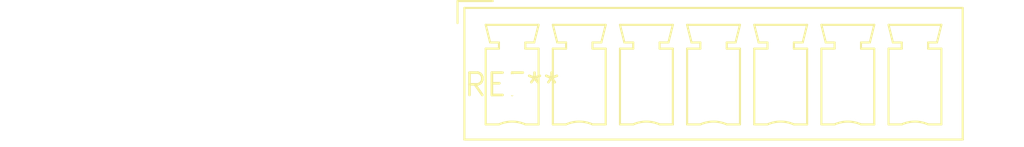
<source format=kicad_pcb>
(kicad_pcb (version 20240108) (generator pcbnew)
  (layers (0 "F.Cu" signal) (31 "B.Cu" signal) (34 "B.Paste" user) (35 "F.Paste" user) (36 "B.SilkS" user "B.Silkscreen") (37 "F.SilkS" user "F.Silkscreen") (38 "B.Mask" user) (39 "F.Mask" user) (44 "Edge.Cuts" user))
  (net 0 "")
  (footprint "PhoenixContact_MCV_1,5_7-G-3.81_1x07_P3.81mm_Vertical" (layer "F.Cu") (at 0 0)
    (property "Reference" "REF**")
    (property "Value" "PhoenixContact_MCV_1,5_7-G-3.81_1x07_P3.81mm_Vertical")
    (fp_line (start -3.1 -4.75) (end -1.1 -4.75) (layer "F.SilkS") (stroke (width 0.12)))
    (fp_line (start -3.1 -3.5) (end -3.1 -4.75) (layer "F.SilkS") (stroke (width 0.12)))
    (fp_line (start -2.71 -4.36) (end -2.71 3.11) (layer "F.SilkS") (stroke (width 0.12)))
    (fp_line (start -2.71 3.11) (end 25.57 3.11) (layer "F.SilkS") (stroke (width 0.12)))
    (fp_line (start -1.5 -3.4) (end 1.5 -3.4) (layer "F.SilkS") (stroke (width 0.12)))
    (fp_line (start -1.5 -2.05) (end -0.75 -2.05) (layer "F.SilkS") (stroke (width 0.12)))
    (fp_line (start -1.5 2.25) (end -1.5 -2.05) (layer "F.SilkS") (stroke (width 0.12)))
    (fp_line (start -1.25 -2.4) (end -1.5 -3.4) (layer "F.SilkS") (stroke (width 0.12)))
    (fp_line (start -0.75 -2.4) (end -1.25 -2.4) (layer "F.SilkS") (stroke (width 0.12)))
    (fp_line (start -0.75 -2.05) (end -0.75 -2.4) (layer "F.SilkS") (stroke (width 0.12)))
    (fp_line (start -0.75 2.25) (end -1.5 2.25) (layer "F.SilkS") (stroke (width 0.12)))
    (fp_line (start 0.75 -2.4) (end 0.75 -2.05) (layer "F.SilkS") (stroke (width 0.12)))
    (fp_line (start 0.75 -2.05) (end 1.5 -2.05) (layer "F.SilkS") (stroke (width 0.12)))
    (fp_line (start 1.25 -2.4) (end 0.75 -2.4) (layer "F.SilkS") (stroke (width 0.12)))
    (fp_line (start 1.5 -3.4) (end 1.25 -2.4) (layer "F.SilkS") (stroke (width 0.12)))
    (fp_line (start 1.5 -2.05) (end 1.5 2.25) (layer "F.SilkS") (stroke (width 0.12)))
    (fp_line (start 1.5 2.25) (end 0.75 2.25) (layer "F.SilkS") (stroke (width 0.12)))
    (fp_line (start 2.31 -3.4) (end 5.31 -3.4) (layer "F.SilkS") (stroke (width 0.12)))
    (fp_line (start 2.31 -2.05) (end 3.06 -2.05) (layer "F.SilkS") (stroke (width 0.12)))
    (fp_line (start 2.31 2.25) (end 2.31 -2.05) (layer "F.SilkS") (stroke (width 0.12)))
    (fp_line (start 2.56 -2.4) (end 2.31 -3.4) (layer "F.SilkS") (stroke (width 0.12)))
    (fp_line (start 3.06 -2.4) (end 2.56 -2.4) (layer "F.SilkS") (stroke (width 0.12)))
    (fp_line (start 3.06 -2.05) (end 3.06 -2.4) (layer "F.SilkS") (stroke (width 0.12)))
    (fp_line (start 3.06 2.25) (end 2.31 2.25) (layer "F.SilkS") (stroke (width 0.12)))
    (fp_line (start 4.56 -2.4) (end 4.56 -2.05) (layer "F.SilkS") (stroke (width 0.12)))
    (fp_line (start 4.56 -2.05) (end 5.31 -2.05) (layer "F.SilkS") (stroke (width 0.12)))
    (fp_line (start 5.06 -2.4) (end 4.56 -2.4) (layer "F.SilkS") (stroke (width 0.12)))
    (fp_line (start 5.31 -3.4) (end 5.06 -2.4) (layer "F.SilkS") (stroke (width 0.12)))
    (fp_line (start 5.31 -2.05) (end 5.31 2.25) (layer "F.SilkS") (stroke (width 0.12)))
    (fp_line (start 5.31 2.25) (end 4.56 2.25) (layer "F.SilkS") (stroke (width 0.12)))
    (fp_line (start 6.12 -3.4) (end 9.12 -3.4) (layer "F.SilkS") (stroke (width 0.12)))
    (fp_line (start 6.12 -2.05) (end 6.87 -2.05) (layer "F.SilkS") (stroke (width 0.12)))
    (fp_line (start 6.12 2.25) (end 6.12 -2.05) (layer "F.SilkS") (stroke (width 0.12)))
    (fp_line (start 6.37 -2.4) (end 6.12 -3.4) (layer "F.SilkS") (stroke (width 0.12)))
    (fp_line (start 6.87 -2.4) (end 6.37 -2.4) (layer "F.SilkS") (stroke (width 0.12)))
    (fp_line (start 6.87 -2.05) (end 6.87 -2.4) (layer "F.SilkS") (stroke (width 0.12)))
    (fp_line (start 6.87 2.25) (end 6.12 2.25) (layer "F.SilkS") (stroke (width 0.12)))
    (fp_line (start 8.37 -2.4) (end 8.37 -2.05) (layer "F.SilkS") (stroke (width 0.12)))
    (fp_line (start 8.37 -2.05) (end 9.12 -2.05) (layer "F.SilkS") (stroke (width 0.12)))
    (fp_line (start 8.87 -2.4) (end 8.37 -2.4) (layer "F.SilkS") (stroke (width 0.12)))
    (fp_line (start 9.12 -3.4) (end 8.87 -2.4) (layer "F.SilkS") (stroke (width 0.12)))
    (fp_line (start 9.12 -2.05) (end 9.12 2.25) (layer "F.SilkS") (stroke (width 0.12)))
    (fp_line (start 9.12 2.25) (end 8.37 2.25) (layer "F.SilkS") (stroke (width 0.12)))
    (fp_line (start 9.93 -3.4) (end 12.93 -3.4) (layer "F.SilkS") (stroke (width 0.12)))
    (fp_line (start 9.93 -2.05) (end 10.68 -2.05) (layer "F.SilkS") (stroke (width 0.12)))
    (fp_line (start 9.93 2.25) (end 9.93 -2.05) (layer "F.SilkS") (stroke (width 0.12)))
    (fp_line (start 10.18 -2.4) (end 9.93 -3.4) (layer "F.SilkS") (stroke (width 0.12)))
    (fp_line (start 10.68 -2.4) (end 10.18 -2.4) (layer "F.SilkS") (stroke (width 0.12)))
    (fp_line (start 10.68 -2.05) (end 10.68 -2.4) (layer "F.SilkS") (stroke (width 0.12)))
    (fp_line (start 10.68 2.25) (end 9.93 2.25) (layer "F.SilkS") (stroke (width 0.12)))
    (fp_line (start 12.18 -2.4) (end 12.18 -2.05) (layer "F.SilkS") (stroke (width 0.12)))
    (fp_line (start 12.18 -2.05) (end 12.93 -2.05) (layer "F.SilkS") (stroke (width 0.12)))
    (fp_line (start 12.68 -2.4) (end 12.18 -2.4) (layer "F.SilkS") (stroke (width 0.12)))
    (fp_line (start 12.93 -3.4) (end 12.68 -2.4) (layer "F.SilkS") (stroke (width 0.12)))
    (fp_line (start 12.93 -2.05) (end 12.93 2.25) (layer "F.SilkS") (stroke (width 0.12)))
    (fp_line (start 12.93 2.25) (end 12.18 2.25) (layer "F.SilkS") (stroke (width 0.12)))
    (fp_line (start 13.74 -3.4) (end 16.74 -3.4) (layer "F.SilkS") (stroke (width 0.12)))
    (fp_line (start 13.74 -2.05) (end 14.49 -2.05) (layer "F.SilkS") (stroke (width 0.12)))
    (fp_line (start 13.74 2.25) (end 13.74 -2.05) (layer "F.SilkS") (stroke (width 0.12)))
    (fp_line (start 13.99 -2.4) (end 13.74 -3.4) (layer "F.SilkS") (stroke (width 0.12)))
    (fp_line (start 14.49 -2.4) (end 13.99 -2.4) (layer "F.SilkS") (stroke (width 0.12)))
    (fp_line (start 14.49 -2.05) (end 14.49 -2.4) (layer "F.SilkS") (stroke (width 0.12)))
    (fp_line (start 14.49 2.25) (end 13.74 2.25) (layer "F.SilkS") (stroke (width 0.12)))
    (fp_line (start 15.99 -2.4) (end 15.99 -2.05) (layer "F.SilkS") (stroke (width 0.12)))
    (fp_line (start 15.99 -2.05) (end 16.74 -2.05) (layer "F.SilkS") (stroke (width 0.12)))
    (fp_line (start 16.49 -2.4) (end 15.99 -2.4) (layer "F.SilkS") (stroke (width 0.12)))
    (fp_line (start 16.74 -3.4) (end 16.49 -2.4) (layer "F.SilkS") (stroke (width 0.12)))
    (fp_line (start 16.74 -2.05) (end 16.74 2.25) (layer "F.SilkS") (stroke (width 0.12)))
    (fp_line (start 16.74 2.25) (end 15.99 2.25) (layer "F.SilkS") (stroke (width 0.12)))
    (fp_line (start 17.55 -3.4) (end 20.55 -3.4) (layer "F.SilkS") (stroke (width 0.12)))
    (fp_line (start 17.55 -2.05) (end 18.3 -2.05) (layer "F.SilkS") (stroke (width 0.12)))
    (fp_line (start 17.55 2.25) (end 17.55 -2.05) (layer "F.SilkS") (stroke (width 0.12)))
    (fp_line (start 17.8 -2.4) (end 17.55 -3.4) (layer "F.SilkS") (stroke (width 0.12)))
    (fp_line (start 18.3 -2.4) (end 17.8 -2.4) (layer "F.SilkS") (stroke (width 0.12)))
    (fp_line (start 18.3 -2.05) (end 18.3 -2.4) (layer "F.SilkS") (stroke (width 0.12)))
    (fp_line (start 18.3 2.25) (end 17.55 2.25) (layer "F.SilkS") (stroke (width 0.12)))
    (fp_line (start 19.8 -2.4) (end 19.8 -2.05) (layer "F.SilkS") (stroke (width 0.12)))
    (fp_line (start 19.8 -2.05) (end 20.55 -2.05) (layer "F.SilkS") (stroke (width 0.12)))
    (fp_line (start 20.3 -2.4) (end 19.8 -2.4) (layer "F.SilkS") (stroke (width 0.12)))
    (fp_line (start 20.55 -3.4) (end 20.3 -2.4) (layer "F.SilkS") (stroke (width 0.12)))
    (fp_line (start 20.55 -2.05) (end 20.55 2.25) (layer "F.SilkS") (stroke (width 0.12)))
    (fp_line (start 20.55 2.25) (end 19.8 2.25) (layer "F.SilkS") (stroke (width 0.12)))
    (fp_line (start 21.36 -3.4) (end 24.36 -3.4) (layer "F.SilkS") (stroke (width 0.12)))
    (fp_line (start 21.36 -2.05) (end 22.11 -2.05) (layer "F.SilkS") (stroke (width 0.12)))
    (fp_line (start 21.36 2.25) (end 21.36 -2.05) (layer "F.SilkS") (stroke (width 0.12)))
    (fp_line (start 21.61 -2.4) (end 21.36 -3.4) (layer "F.SilkS") (stroke (width 0.12)))
    (fp_line (start 22.11 -2.4) (end 21.61 -2.4) (layer "F.SilkS") (stroke (width 0.12)))
    (fp_line (start 22.11 -2.05) (end 22.11 -2.4) (layer "F.SilkS") (stroke (width 0.12)))
    (fp_line (start 22.11 2.25) (end 21.36 2.25) (layer "F.SilkS") (stroke (width 0.12)))
    (fp_line (start 23.61 -2.4) (end 23.61 -2.05) (layer "F.SilkS") (stroke (width 0.12)))
    (fp_line (start 23.61 -2.05) (end 24.36 -2.05) (layer "F.SilkS") (stroke (width 0.12)))
    (fp_line (start 24.11 -2.4) (end 23.61 -2.4) (layer "F.SilkS") (stroke (width 0.12)))
    (fp_line (start 24.36 -3.4) (end 24.11 -2.4) (layer "F.SilkS") (stroke (width 0.12)))
    (fp_line (start 24.36 -2.05) (end 24.36 2.25) (layer "F.SilkS") (stroke (width 0.12)))
    (fp_line (start 24.36 2.25) (end 23.61 2.25) (layer "F.SilkS") (stroke (width 0.12)))
    (fp_line (start 25.57 -4.36) (end -2.71 -4.36) (layer "F.SilkS") (stroke (width 0.12)))
    (fp_line (start 25.57 3.11) (end 25.57 -4.36) (layer "F.SilkS") (stroke (width 0.12)))
    (fp_arc (start -0.75 2.25) (mid -0.000193 2.09191) (end 0.749647 2.249844) (layer "F.SilkS") (stroke (width 0.12)))
    (fp_arc (start 3.06 2.25) (mid 3.809807 2.09191) (end 4.559647 2.249844) (layer "F.SilkS") (stroke (width 0.12)))
    (fp_arc (start 6.87 2.25) (mid 7.619807 2.09191) (end 8.369647 2.249844) (layer "F.SilkS") (stroke (width 0.12)))
    (fp_arc (start 10.68 2.25) (mid 11.429807 2.09191) (end 12.179647 2.249844) (layer "F.SilkS") (stroke (width 0.12)))
    (fp_arc (start 14.49 2.25) (mid 15.239807 2.09191) (end 15.989647 2.249844) (layer "F.SilkS") (stroke (width 0.12)))
    (fp_arc (start 18.3 2.25) (mid 19.049807 2.09191) (end 19.799647 2.249844) (layer "F.SilkS") (stroke (width 0.12)))
    (fp_arc (start 22.11 2.25) (mid 22.859807 2.09191) (end 23.609647 2.249844) (layer "F.SilkS") (stroke (width 0.12)))
    (pad "1" thru_hole roundrect (at 0 0) (size 1.8 3.6) (drill 1.2) (layers *.Cu *.Mask) (remove_unused_layers) (roundrect_rratio 0.138889))
    (pad "2" thru_hole oval (at 3.81 0) (size 1.8 3.6) (drill 1.2) (layers *.Cu *.Mask) (remove_unused_layers))
    (pad "3" thru_hole oval (at 7.62 0) (size 1.8 3.6) (drill 1.2) (layers *.Cu *.Mask) (remove_unused_layers))
    (pad "4" thru_hole oval (at 11.43 0) (size 1.8 3.6) (drill 1.2) (layers *.Cu *.Mask) (remove_unused_layers))
    (pad "5" thru_hole oval (at 15.24 0) (size 1.8 3.6) (drill 1.2) (layers *.Cu *.Mask) (remove_unused_layers))
    (pad "6" thru_hole oval (at 19.05 0) (size 1.8 3.6) (drill 1.2) (layers *.Cu *.Mask) (remove_unused_layers))
    (pad "7" thru_hole oval (at 22.86 0) (size 1.8 3.6) (drill 1.2) (layers *.Cu *.Mask) (remove_unused_layers))
  )
)
</source>
